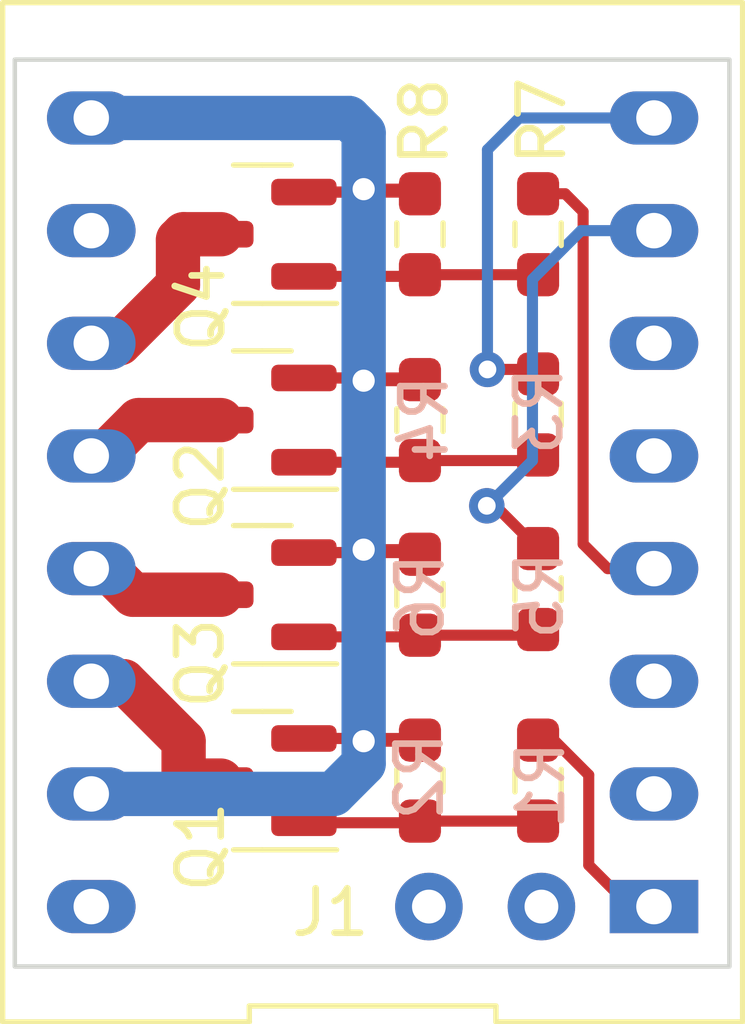
<source format=kicad_pcb>
(kicad_pcb (version 20211014) (generator pcbnew)
  (layers (0 "F.Cu" signal) (31 "B.Cu" signal) (34 "B.Paste" user) (35 "F.Paste" user) (36 "B.SilkS" user "B.Silkscreen") (37 "F.SilkS" user "F.Silkscreen") (38 "B.Mask" user) (39 "F.Mask" user) (44 "Edge.Cuts" user))
  (net 0 "")
  (net 2 "Net-(J1-Pad1)")
  (net 3 "Net-(J1-Pad15)")
  (net 5 "Net-(J1-Pad14)")
  (net 7 "Net-(J1-Pad13)")
  (net 8 "Net-(J1-Pad4)")
  (net 9 "Net-(J1-Pad12)")
  (net 11 "Net-(J1-Pad11)")
  (net 14 "Net-(J1-Pad7)")
  (net 15 "Net-(J1-Pad8)")
  (net 18 "Net-(Q1-Pad1)")
  (net 19 "Net-(Q2-Pad1)")
  (net 20 "Net-(Q3-Pad1)")
  (net 21 "Net-(Q4-Pad1)")
  (footprint "Package_TO_SOT_SMD:SOT-23" (layer "F.Cu") (at 95.885 95.758 180)
    (fp_text reference "Q2" (at 1.405 -1.482 90) (layer "F.SilkS"))
    (fp_text value "IRLML2402" hide)
    (fp_line (start 0 1.56) (end 0.65 1.56) (layer "F.SilkS") (width 0.12))
    (fp_line (start 0 -1.56) (end 0.65 -1.56) (layer "F.SilkS") (width 0.12))
    (fp_line (start 0 1.56) (end -0.65 1.56) (layer "F.SilkS") (width 0.12))
    (fp_line (start 0 -1.56) (end -1.675 -1.56) (layer "F.SilkS") (width 0.12))
    (pad "1" smd roundrect locked (at -0.9375 -0.95 180) (size 1.475 0.6) (layers "F.Cu" "F.Paste" "F.Mask") (net 19 "Net-(Q2-Pad1)"))
    (pad "2" smd roundrect locked (at -0.9375 0.95 180) (size 1.475 0.6) (layers "F.Cu" "F.Paste" "F.Mask") (net 3 "Net-(J1-Pad15)"))
    (pad "3" smd roundrect locked (at 0.9375 0 180) (size 1.475 0.6) (layers "F.Cu" "F.Paste" "F.Mask") (net 9 "Net-(J1-Pad12)"))
  )
  (footprint "Resistor_SMD:R_0603_1608Metric_Pad0.98x0.95mm_HandSolder" (layer "F.Cu") (at 102.108 103.886 -90)
    (fp_text reference "R1" (at 0.104 -0.062 -270) (layer "B.SilkS") (effects (justify mirror)))
    (fp_text value "200")
    (fp_line (start -0.254724 -0.5225) (end 0.254724 -0.5225) (layer "F.SilkS") (width 0.12))
    (fp_line (start -0.254724 0.5225) (end 0.254724 0.5225) (layer "F.SilkS") (width 0.12))
    (pad "1" smd roundrect locked (at -0.9125 0 270) (size 0.975 0.95) (layers "F.Cu" "F.Paste" "F.Mask") (net 2 "Net-(J1-Pad1)"))
    (pad "2" smd roundrect locked (at 0.9125 0 270) (size 0.975 0.95) (layers "F.Cu" "F.Paste" "F.Mask") (net 18 "Net-(Q1-Pad1)"))
  )
  (footprint "Resistor_SMD:R_0603_1608Metric_Pad0.98x0.95mm_HandSolder" (layer "F.Cu") (at 102.108 99.568 -90)
    (fp_text reference "R5" (at 0.142 -0.032 -270) (layer "B.SilkS") (effects (justify mirror)))
    (fp_text value "200")
    (fp_line (start -0.254724 -0.5225) (end 0.254724 -0.5225) (layer "F.SilkS") (width 0.12))
    (fp_line (start -0.254724 0.5225) (end 0.254724 0.5225) (layer "F.SilkS") (width 0.12))
    (pad "1" smd roundrect locked (at -0.9125 0 270) (size 0.975 0.95) (layers "F.Cu" "F.Paste" "F.Mask") (net 14 "Net-(J1-Pad7)"))
    (pad "2" smd roundrect locked (at 0.9125 0 270) (size 0.975 0.95) (layers "F.Cu" "F.Paste" "F.Mask") (net 20 "Net-(Q3-Pad1)"))
  )
  (footprint "Package_TO_SOT_SMD:SOT-23" (layer "F.Cu") (at 95.885 91.567 180)
    (fp_text reference "Q4" (at 1.385 -1.643 90) (layer "F.SilkS"))
    (fp_text value "IRLML2402")
    (fp_line (start 0 1.56) (end 0.65 1.56) (layer "F.SilkS") (width 0.12))
    (fp_line (start 0 1.56) (end -0.65 1.56) (layer "F.SilkS") (width 0.12))
    (fp_line (start 0 -1.56) (end 0.65 -1.56) (layer "F.SilkS") (width 0.12))
    (fp_line (start 0 -1.56) (end -1.675 -1.56) (layer "F.SilkS") (width 0.12))
    (pad "1" smd roundrect locked (at -0.9375 -0.95 180) (size 1.475 0.6) (layers "F.Cu" "F.Paste" "F.Mask") (net 21 "Net-(Q4-Pad1)"))
    (pad "2" smd roundrect locked (at -0.9375 0.95 180) (size 1.475 0.6) (layers "F.Cu" "F.Paste" "F.Mask") (net 3 "Net-(J1-Pad15)"))
    (pad "3" smd roundrect locked (at 0.9375 0 180) (size 1.475 0.6) (layers "F.Cu" "F.Paste" "F.Mask") (net 11 "Net-(J1-Pad11)"))
  )
  (footprint "Package_TO_SOT_SMD:SOT-23" (layer "F.Cu") (at 95.885 103.886 180)
    (fp_text reference "Q1" (at 1.395 -1.494 90) (layer "F.SilkS"))
    (fp_text value "IRLML2402" hide)
    (fp_line (start 0 -1.56) (end 0.65 -1.56) (layer "F.SilkS") (width 0.12))
    (fp_line (start 0 1.56) (end -0.65 1.56) (layer "F.SilkS") (width 0.12))
    (fp_line (start 0 -1.56) (end -1.675 -1.56) (layer "F.SilkS") (width 0.12))
    (fp_line (start 0 1.56) (end 0.65 1.56) (layer "F.SilkS") (width 0.12))
    (pad "1" smd roundrect locked (at -0.9375 -0.95 180) (size 1.475 0.6) (layers "F.Cu" "F.Paste" "F.Mask") (net 18 "Net-(Q1-Pad1)"))
    (pad "2" smd roundrect locked (at -0.9375 0.95 180) (size 1.475 0.6) (layers "F.Cu" "F.Paste" "F.Mask") (net 3 "Net-(J1-Pad15)"))
    (pad "3" smd roundrect locked (at 0.9375 0 180) (size 1.475 0.6) (layers "F.Cu" "F.Paste" "F.Mask") (net 5 "Net-(J1-Pad14)"))
  )
  (footprint "Resistor_SMD:R_0603_1608Metric_Pad0.98x0.95mm_HandSolder" (layer "F.Cu") (at 99.441 99.695 90)
    (fp_text reference "R6" (at -0.055 0.009 90) (layer "B.SilkS") (effects (justify mirror)))
    (fp_text value "10K")
    (fp_line (start -0.254724 -0.5225) (end 0.254724 -0.5225) (layer "F.SilkS") (width 0.12))
    (fp_line (start -0.254724 0.5225) (end 0.254724 0.5225) (layer "F.SilkS") (width 0.12))
    (pad "1" smd roundrect locked (at -0.9125 0 90) (size 0.975 0.95) (layers "F.Cu" "F.Paste" "F.Mask") (net 20 "Net-(Q3-Pad1)"))
    (pad "2" smd roundrect locked (at 0.9125 0 90) (size 0.975 0.95) (layers "F.Cu" "F.Paste" "F.Mask") (net 3 "Net-(J1-Pad15)"))
  )
  (footprint "Resistor_SMD:R_0603_1608Metric_Pad0.98x0.95mm_HandSolder" (layer "F.Cu") (at 99.441 103.886 90)
    (fp_text reference "R2" (at 0.096 -0.011 90) (layer "B.SilkS") (effects (justify mirror)))
    (fp_text value "10K")
    (fp_line (start -0.254724 -0.5225) (end 0.254724 -0.5225) (layer "F.SilkS") (width 0.12))
    (fp_line (start -0.254724 0.5225) (end 0.254724 0.5225) (layer "F.SilkS") (width 0.12))
    (pad "1" smd roundrect locked (at -0.9125 0 90) (size 0.975 0.95) (layers "F.Cu" "F.Paste" "F.Mask") (net 18 "Net-(Q1-Pad1)"))
    (pad "2" smd roundrect locked (at 0.9125 0 90) (size 0.975 0.95) (layers "F.Cu" "F.Paste" "F.Mask") (net 3 "Net-(J1-Pad15)"))
  )
  (footprint "Package_TO_SOT_SMD:SOT-23" (layer "F.Cu") (at 95.885 99.695 180)
    (fp_text reference "Q3" (at 1.405 -1.545 90) (layer "F.SilkS"))
    (fp_text value "IRLML2402" hide)
    (fp_line (start 0 -1.56) (end -1.675 -1.56) (layer "F.SilkS") (width 0.12))
    (fp_line (start 0 1.56) (end -0.65 1.56) (layer "F.SilkS") (width 0.12))
    (fp_line (start 0 1.56) (end 0.65 1.56) (layer "F.SilkS") (width 0.12))
    (fp_line (start 0 -1.56) (end 0.65 -1.56) (layer "F.SilkS") (width 0.12))
    (pad "1" smd roundrect locked (at -0.9375 -0.95 180) (size 1.475 0.6) (layers "F.Cu" "F.Paste" "F.Mask") (net 20 "Net-(Q3-Pad1)"))
    (pad "2" smd roundrect locked (at -0.9375 0.95 180) (size 1.475 0.6) (layers "F.Cu" "F.Paste" "F.Mask") (net 3 "Net-(J1-Pad15)"))
    (pad "3" smd roundrect locked (at 0.9375 0 180) (size 1.475 0.6) (layers "F.Cu" "F.Paste" "F.Mask") (net 7 "Net-(J1-Pad13)"))
  )
  (footprint "Resistor_SMD:R_0603_1608Metric_Pad0.98x0.95mm_HandSolder" (layer "F.Cu") (at 99.441 95.758 90)
    (fp_text reference "R4" (at 0.028 0.099 90) (layer "B.SilkS") (effects (justify mirror)))
    (fp_text value "10K")
    (fp_line (start -0.254724 0.5225) (end 0.254724 0.5225) (layer "F.SilkS") (width 0.12))
    (fp_line (start -0.254724 -0.5225) (end 0.254724 -0.5225) (layer "F.SilkS") (width 0.12))
    (pad "1" smd roundrect locked (at -0.9125 0 90) (size 0.975 0.95) (layers "F.Cu" "F.Paste" "F.Mask") (net 19 "Net-(Q2-Pad1)"))
    (pad "2" smd roundrect locked (at 0.9125 0 90) (size 0.975 0.95) (layers "F.Cu" "F.Paste" "F.Mask") (net 3 "Net-(J1-Pad15)"))
  )
  (footprint "User Library:ClearpathDriver" (layer "F.Cu") (at 98.373 97.836)
    (fp_text reference "J1" (at -0.953 9.024 180) (layer "F.SilkS"))
    (fp_text value "Conn_01x18_Male" hide)
    (fp_line (start 8.349999 11.49) (end 8.35 -11.49) (layer "F.SilkS") (width 0.12))
    (fp_line (start 2.783333 11.13) (end 2.783333 11.49) (layer "F.SilkS") (width 0.12))
    (fp_line (start -8.35 11.49) (end -2.783333 11.49) (layer "F.SilkS") (width 0.12))
    (fp_line (start -2.783333 11.13) (end 2.783333 11.13) (layer "F.SilkS") (width 0.12))
    (fp_line (start -2.783333 11.49) (end -2.783333 11.13) (layer "F.SilkS") (width 0.12))
    (fp_line (start -8.349999 -11.49) (end -8.35 11.49) (layer "F.SilkS") (width 0.12))
    (fp_line (start 8.35 -11.49) (end -8.349999 -11.49) (layer "F.SilkS") (width 0.12))
    (fp_line (start 2.783333 11.49) (end 8.349999 11.49) (layer "F.SilkS") (width 0.12))
    (pad "1" thru_hole rect locked (at 6.35 8.89 90) (size 1.2 2) (drill 0.8) (layers *.Cu *.Mask) (net 2 "Net-(J1-Pad1)"))
    (pad "2" thru_hole oval locked (at 6.35 6.35 90) (size 1.2 2) (drill 0.8) (layers *.Cu *.Mask))
    (pad "3" thru_hole oval locked (at 6.35 3.81 90) (size 1.2 2) (drill 0.8) (layers *.Cu *.Mask))
    (pad "4" thru_hole oval locked (at 6.35 1.27 90) (size 1.2 2) (drill 0.8) (layers *.Cu *.Mask) (net 8 "Net-(J1-Pad4)"))
    (pad "5" thru_hole oval locked (at 6.35 -1.27 90) (size 1.2 2) (drill 0.8) (layers *.Cu *.Mask))
    (pad "6" thru_hole oval locked (at 6.35 -3.81 90) (size 1.2 2) (drill 0.8) (layers *.Cu *.Mask))
    (pad "7" thru_hole oval locked (at 6.35 -6.35 90) (size 1.2 2) (drill 0.8) (layers *.Cu *.Mask) (net 14 "Net-(J1-Pad7)"))
    (pad "8" thru_hole oval locked (at 6.35 -8.89 90) (size 1.2 2) (drill 0.8) (layers *.Cu *.Mask) (net 15 "Net-(J1-Pad8)"))
    (pad "9" thru_hole oval locked (at -6.35 -8.89 90) (size 1.2 2) (drill 0.8) (layers *.Cu *.Mask) (net 3 "Net-(J1-Pad15)"))
    (pad "10" thru_hole oval locked (at -6.35 -6.35 90) (size 1.2 2) (drill 0.8) (layers *.Cu *.Mask))
    (pad "11" thru_hole oval locked (at -6.35 -3.81 90) (size 1.2 2) (drill 0.8) (layers *.Cu *.Mask) (net 11 "Net-(J1-Pad11)"))
    (pad "12" thru_hole oval locked (at -6.35 -1.27 90) (size 1.2 2) (drill 0.8) (layers *.Cu *.Mask) (net 9 "Net-(J1-Pad12)"))
    (pad "13" thru_hole oval locked (at -6.35 1.27 90) (size 1.2 2) (drill 0.8) (layers *.Cu *.Mask) (net 7 "Net-(J1-Pad13)"))
    (pad "14" thru_hole oval locked (at -6.35 3.81 90) (size 1.2 2) (drill 0.8) (layers *.Cu *.Mask) (net 5 "Net-(J1-Pad14)"))
    (pad "15" thru_hole oval locked (at -6.35 6.35 90) (size 1.2 2) (drill 0.8) (layers *.Cu *.Mask) (net 3 "Net-(J1-Pad15)"))
    (pad "16" thru_hole oval locked (at -6.35 8.89 90) (size 1.2 2) (drill 0.8) (layers *.Cu *.Mask))
    (pad "17" thru_hole circle locked (at 1.27 8.89) (size 1.524 1.524) (drill 0.762) (layers *.Cu *.Mask))
    (pad "18" thru_hole circle locked (at 3.81 8.89) (size 1.524 1.524) (drill 0.762) (layers *.Cu *.Mask))
  )
  (footprint "Resistor_SMD:R_0603_1608Metric_Pad0.98x0.95mm_HandSolder" (layer "F.Cu") (at 102.108 91.567 -90)
    (fp_text reference "R7" (at -2.557 -0.082 90) (layer "F.SilkS"))
    (fp_text value "200")
    (fp_line (start -0.254724 -0.5225) (end 0.254724 -0.5225) (layer "F.SilkS") (width 0.12))
    (fp_line (start -0.254724 0.5225) (end 0.254724 0.5225) (layer "F.SilkS") (width 0.12))
    (pad "1" smd roundrect locked (at -0.9125 0 270) (size 0.975 0.95) (layers "F.Cu" "F.Paste" "F.Mask") (net 8 "Net-(J1-Pad4)"))
    (pad "2" smd roundrect locked (at 0.9125 0 270) (size 0.975 0.95) (layers "F.Cu" "F.Paste" "F.Mask") (net 21 "Net-(Q4-Pad1)"))
  )
  (footprint "Resistor_SMD:R_0603_1608Metric_Pad0.98x0.95mm_HandSolder" (layer "F.Cu") (at 102.108 95.631 -90)
    (fp_text reference "R3" (at -0.081 -0.022 -270) (layer "B.SilkS") (effects (justify mirror)))
    (fp_text value "200")
    (fp_line (start -0.254724 0.5225) (end 0.254724 0.5225) (layer "F.SilkS") (width 0.12))
    (fp_line (start -0.254724 -0.5225) (end 0.254724 -0.5225) (layer "F.SilkS") (width 0.12))
    (pad "1" smd roundrect locked (at -0.9125 0 270) (size 0.975 0.95) (layers "F.Cu" "F.Paste" "F.Mask") (net 15 "Net-(J1-Pad8)"))
    (pad "2" smd roundrect locked (at 0.9125 0 270) (size 0.975 0.95) (layers "F.Cu" "F.Paste" "F.Mask") (net 19 "Net-(Q2-Pad1)"))
  )
  (footprint "Resistor_SMD:R_0603_1608Metric_Pad0.98x0.95mm_HandSolder" (layer "F.Cu") (at 99.441 91.567 90)
    (fp_text reference "R8" (at 2.537 0.099 90) (layer "F.SilkS"))
    (fp_text value "10K")
    (fp_line (start -0.254724 -0.5225) (end 0.254724 -0.5225) (layer "F.SilkS") (width 0.12))
    (fp_line (start -0.254724 0.5225) (end 0.254724 0.5225) (layer "F.SilkS") (width 0.12))
    (pad "1" smd roundrect locked (at -0.9125 0 90) (size 0.975 0.95) (layers "F.Cu" "F.Paste" "F.Mask") (net 21 "Net-(Q4-Pad1)"))
    (pad "2" smd roundrect locked (at 0.9125 0 90) (size 0.975 0.95) (layers "F.Cu" "F.Paste" "F.Mask") (net 3 "Net-(J1-Pad15)"))
  )
  (gr_rect (start 90.297 87.63) (end 106.426 108.077) (layer "Edge.Cuts") (width 0.1) (fill none))
  (segment (start 103.251 105.791) (end 104.186 106.726) (width 0.25) (layer "F.Cu") (net 2))
  (segment (start 103.251 103.759) (end 103.251 105.791) (width 0.25) (layer "F.Cu") (net 2))
  (segment (start 104.186 106.726) (end 104.723 106.726) (width 0.25) (layer "F.Cu") (net 2))
  (segment (start 102.108 102.9735) (end 102.4655 102.9735) (width 0.25) (layer "F.Cu") (net 2))
  (segment (start 102.4655 102.9735) (end 103.251 103.759) (width 0.25) (layer "F.Cu") (net 2))
  (segment (start 98.11 94.808) (end 98.171 94.869) (width 0.25) (layer "F.Cu") (net 3))
  (segment (start 99.3375 90.551) (end 99.441 90.6545) (width 0.25) (layer "F.Cu") (net 3))
  (segment (start 96.8225 90.617) (end 98.105 90.617) (width 0.25) (layer "F.Cu") (net 3))
  (segment (start 99.4035 98.745) (end 99.441 98.7825) (width 0.25) (layer "F.Cu") (net 3))
  (segment (start 98.171 102.997) (end 99.4175 102.997) (width 0.25) (layer "F.Cu") (net 3))
  (segment (start 96.8225 102.936) (end 98.11 102.936) (width 0.25) (layer "F.Cu") (net 3))
  (segment (start 96.8225 94.808) (end 98.11 94.808) (width 0.25) (layer "F.Cu") (net 3))
  (segment (start 96.8225 98.745) (end 98.105 98.745) (width 0.25) (layer "F.Cu") (net 3))
  (segment (start 99.4175 102.997) (end 99.441 102.9735) (width 0.25) (layer "F.Cu") (net 3))
  (segment (start 98.105 98.745) (end 98.171 98.679) (width 0.25) (layer "F.Cu") (net 3))
  (segment (start 98.171 90.551) (end 99.3375 90.551) (width 0.25) (layer "F.Cu") (net 3))
  (segment (start 98.105 90.617) (end 98.171 90.551) (width 0.25) (layer "F.Cu") (net 3))
  (segment (start 96.8225 90.617) (end 99.4035 90.617) (width 0.25) (layer "F.Cu") (net 3))
  (segment (start 99.4175 94.869) (end 99.441 94.8455) (width 0.25) (layer "F.Cu") (net 3))
  (segment (start 98.171 94.869) (end 99.4175 94.869) (width 0.25) (layer "F.Cu") (net 3))
  (segment (start 99.4035 94.808) (end 99.441 94.8455) (width 0.25) (layer "F.Cu") (net 3))
  (segment (start 99.4035 90.617) (end 99.441 90.6545) (width 0.25) (layer "F.Cu") (net 3))
  (segment (start 99.3375 98.679) (end 99.441 98.7825) (width 0.25) (layer "F.Cu") (net 3))
  (segment (start 98.11 102.936) (end 98.171 102.997) (width 0.25) (layer "F.Cu") (net 3))
  (segment (start 96.8225 102.936) (end 99.4035 102.936) (width 0.25) (layer "F.Cu") (net 3))
  (segment (start 96.8225 98.745) (end 99.4035 98.745) (width 0.25) (layer "F.Cu") (net 3))
  (segment (start 96.8225 94.808) (end 99.4035 94.808) (width 0.25) (layer "F.Cu") (net 3))
  (segment (start 99.4035 102.936) (end 99.441 102.9735) (width 0.25) (layer "F.Cu") (net 3))
  (segment (start 98.171 98.679) (end 99.3375 98.679) (width 0.25) (layer "F.Cu") (net 3))
  (via (at 98.171 94.869) (size 1) (drill 0.5) (layers "F.Cu" "B.Cu") (net 3))
  (via (at 98.171 90.551) (size 1) (drill 0.5) (layers "F.Cu" "B.Cu") (net 3))
  (via (at 98.171 102.997) (size 1) (drill 0.5) (layers "F.Cu" "B.Cu") (net 3))
  (via (at 98.171 98.679) (size 1) (drill 0.5) (layers "F.Cu" "B.Cu") (net 3))
  (segment (start 98.171 103.505) (end 98.171 102.997) (width 1) (layer "B.Cu") (net 3))
  (segment (start 98.171 89.281) (end 97.836 88.946) (width 1) (layer "B.Cu") (net 3))
  (segment (start 97.49 104.186) (end 98.171 103.505) (width 1) (layer "B.Cu") (net 3))
  (segment (start 98.171 94.869) (end 98.171 90.551) (width 1) (layer "B.Cu") (net 3))
  (segment (start 98.171 90.551) (end 98.171 89.281) (width 1) (layer "B.Cu") (net 3))
  (segment (start 92.023 104.186) (end 97.49 104.186) (width 1) (layer "B.Cu") (net 3))
  (segment (start 98.171 102.997) (end 98.171 98.679) (width 1) (layer "B.Cu") (net 3))
  (segment (start 98.171 98.679) (end 98.171 94.869) (width 1) (layer "B.Cu") (net 3))
  (segment (start 97.836 88.946) (end 92.023 88.946) (width 1) (layer "B.Cu") (net 3))
  (segment (start 94.107 103.886) (end 94.9475 103.886) (width 1) (layer "F.Cu") (net 5))
  (segment (start 94.107 102.997) (end 94.107 103.886) (width 1) (layer "F.Cu") (net 5))
  (segment (start 92.023 101.646) (end 92.756 101.646) (width 1) (layer "F.Cu") (net 5))
  (segment (start 92.756 101.646) (end 94.107 102.997) (width 1) (layer "F.Cu") (net 5))
  (segment (start 92.964 99.695) (end 94.9475 99.695) (width 1) (layer "F.Cu") (net 7))
  (segment (start 92.375 99.106) (end 92.964 99.695) (width 1) (layer "F.Cu") (net 7))
  (segment (start 92.023 99.106) (end 92.375 99.106) (width 1) (layer "F.Cu") (net 7))
  (segment (start 103.124 98.552) (end 103.678 99.106) (width 0.25) (layer "F.Cu") (net 8))
  (segment (start 102.7195 90.6545) (end 103.124 91.059) (width 0.25) (layer "F.Cu") (net 8))
  (segment (start 103.678 99.106) (end 104.723 99.106) (width 0.25) (layer "F.Cu") (net 8))
  (segment (start 103.124 91.059) (end 103.124 98.552) (width 0.25) (layer "F.Cu") (net 8))
  (segment (start 102.108 90.6545) (end 102.7195 90.6545) (width 0.25) (layer "F.Cu") (net 8))
  (segment (start 93.091 95.758) (end 94.9475 95.758) (width 1) (layer "F.Cu") (net 9))
  (segment (start 92.023 96.566) (end 92.283 96.566) (width 1) (layer "F.Cu") (net 9))
  (segment (start 92.283 96.566) (end 93.091 95.758) (width 1) (layer "F.Cu") (net 9))
  (segment (start 92.023 94.026) (end 92.664 94.026) (width 1) (layer "F.Cu") (net 11))
  (segment (start 94.107 91.567) (end 94.9475 91.567) (width 1) (layer "F.Cu") (net 11))
  (segment (start 92.664 94.026) (end 93.98 92.71) (width 1) (layer "F.Cu") (net 11))
  (segment (start 93.98 92.71) (end 93.98 91.694) (width 1) (layer "F.Cu") (net 11))
  (segment (start 93.98 91.694) (end 94.107 91.567) (width 1) (layer "F.Cu") (net 11))
  (segment (start 101.1425 97.69) (end 102.108 98.6555) (width 0.25) (layer "F.Cu") (net 14))
  (segment (start 100.95 97.69) (end 101.1425 97.69) (width 0.25) (layer "F.Cu") (net 14))
  (via (at 100.95 97.69) (size 0.8) (drill 0.4) (layers "F.Cu" "B.Cu") (net 14))
  (segment (start 101.981 92.583) (end 101.981 96.669) (width 0.25) (layer "B.Cu") (net 14))
  (segment (start 101.981 96.669) (end 100.95 97.7) (width 0.25) (layer "B.Cu") (net 14))
  (segment (start 103.078 91.486) (end 101.981 92.583) (width 0.25) (layer "B.Cu") (net 14))
  (segment (start 100.95 97.7) (end 100.95 97.69) (width 0.25) (layer "B.Cu") (net 14))
  (segment (start 104.723 91.486) (end 103.078 91.486) (width 0.25) (layer "B.Cu") (net 14))
  (segment (start 102.0045 94.615) (end 102.108 94.7185) (width 0.25) (layer "F.Cu") (net 15))
  (segment (start 100.965 94.615) (end 102.0045 94.615) (width 0.25) (layer "F.Cu") (net 15))
  (via (at 100.965 94.615) (size 0.8) (drill 0.4) (layers "F.Cu" "B.Cu") (net 15))
  (segment (start 100.965 89.662) (end 100.965 94.615) (width 0.25) (layer "B.Cu") (net 15))
  (segment (start 101.681 88.946) (end 100.965 89.662) (width 0.25) (layer "B.Cu") (net 15))
  (segment (start 104.723 88.946) (end 101.681 88.946) (width 0.25) (layer "B.Cu") (net 15))
  (segment (start 99.441 104.7985) (end 102.108 104.7985) (width 0.25) (layer "F.Cu") (net 18))
  (segment (start 99.4035 104.836) (end 99.441 104.7985) (width 0.25) (layer "F.Cu") (net 18))
  (segment (start 96.8225 104.836) (end 99.4035 104.836) (width 0.25) (layer "F.Cu") (net 18))
  (segment (start 99.441 96.6705) (end 101.981 96.6705) (width 0.25) (layer "F.Cu") (net 19))
  (segment (start 96.8225 96.708) (end 99.4035 96.708) (width 0.25) (layer "F.Cu") (net 19))
  (segment (start 99.4035 96.708) (end 99.441 96.6705) (width 0.25) (layer "F.Cu") (net 19))
  (segment (start 101.981 96.6705) (end 102.108 96.5435) (width 0.25) (layer "F.Cu") (net 19))
  (segment (start 96.8225 100.645) (end 99.4035 100.645) (width 0.25) (layer "F.Cu") (net 20))
  (segment (start 99.4035 100.645) (end 99.441 100.6075) (width 0.25) (layer "F.Cu") (net 20))
  (segment (start 99.441 100.6075) (end 101.981 100.6075) (width 0.25) (layer "F.Cu") (net 20))
  (segment (start 101.981 100.6075) (end 102.108 100.4805) (width 0.25) (layer "F.Cu") (net 20))
  (segment (start 99.4035 92.517) (end 99.441 92.4795) (width 0.25) (layer "F.Cu") (net 21))
  (segment (start 99.441 92.4795) (end 102.108 92.4795) (width 0.25) (layer "F.Cu") (net 21))
  (segment (start 96.8225 92.517) (end 99.4035 92.517) (width 0.25) (layer "F.Cu") (net 21))
)
</source>
